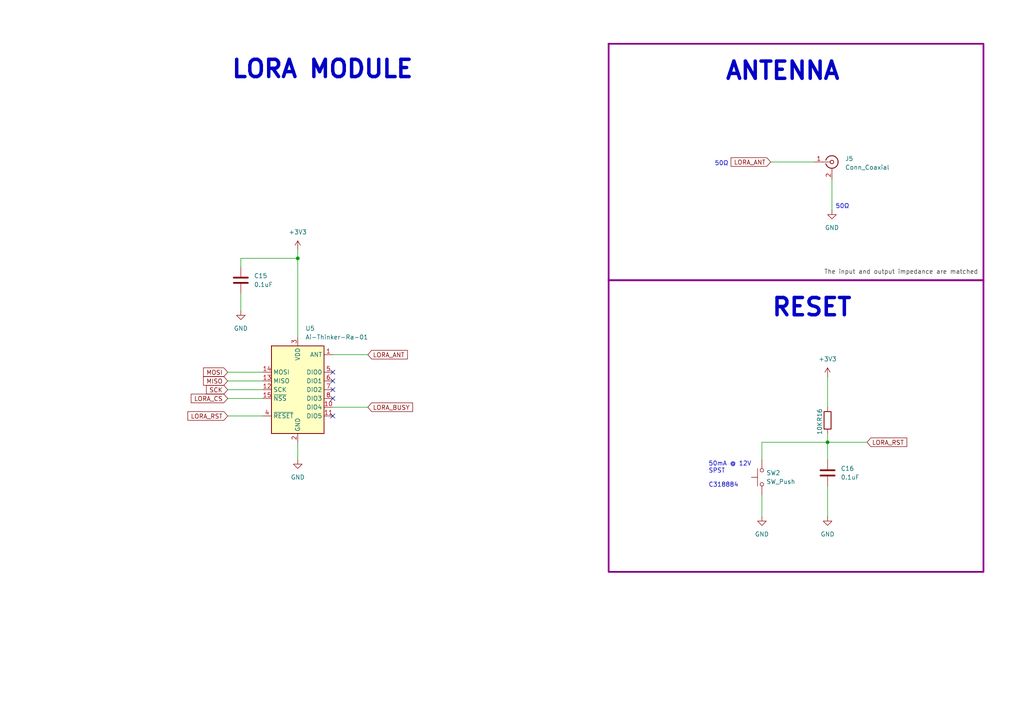
<source format=kicad_sch>
(kicad_sch
	(version 20231120)
	(generator "eeschema")
	(generator_version "8.0")
	(uuid "bf1a9acd-8cc9-4b45-b474-053874653a33")
	(paper "A4")
	(title_block
		(title "IoT Gateway")
		(date "2024-10-15")
		(rev "v0.1.0")
		(company "Abstract Machines")
		(comment 1 "Designed By: Rodney Osodo")
		(comment 2 "Approved By: Jones Kisaka")
	)
	(lib_symbols
		(symbol "Connector:Conn_Coaxial"
			(pin_names
				(offset 1.016) hide)
			(exclude_from_sim no)
			(in_bom yes)
			(on_board yes)
			(property "Reference" "J"
				(at 0.254 3.048 0)
				(effects
					(font
						(size 1.27 1.27)
					)
				)
			)
			(property "Value" "Conn_Coaxial"
				(at 2.921 0 90)
				(effects
					(font
						(size 1.27 1.27)
					)
				)
			)
			(property "Footprint" ""
				(at 0 0 0)
				(effects
					(font
						(size 1.27 1.27)
					)
					(hide yes)
				)
			)
			(property "Datasheet" "~"
				(at 0 0 0)
				(effects
					(font
						(size 1.27 1.27)
					)
					(hide yes)
				)
			)
			(property "Description" "coaxial connector (BNC, SMA, SMB, SMC, Cinch/RCA, LEMO, ...)"
				(at 0 0 0)
				(effects
					(font
						(size 1.27 1.27)
					)
					(hide yes)
				)
			)
			(property "ki_keywords" "BNC SMA SMB SMC LEMO coaxial connector CINCH RCA MCX MMCX U.FL UMRF"
				(at 0 0 0)
				(effects
					(font
						(size 1.27 1.27)
					)
					(hide yes)
				)
			)
			(property "ki_fp_filters" "*BNC* *SMA* *SMB* *SMC* *Cinch* *LEMO* *UMRF* *MCX* *U.FL*"
				(at 0 0 0)
				(effects
					(font
						(size 1.27 1.27)
					)
					(hide yes)
				)
			)
			(symbol "Conn_Coaxial_0_1"
				(arc
					(start -1.778 -0.508)
					(mid 0.2311 -1.8066)
					(end 1.778 0)
					(stroke
						(width 0.254)
						(type default)
					)
					(fill
						(type none)
					)
				)
				(polyline
					(pts
						(xy -2.54 0) (xy -0.508 0)
					)
					(stroke
						(width 0)
						(type default)
					)
					(fill
						(type none)
					)
				)
				(polyline
					(pts
						(xy 0 -2.54) (xy 0 -1.778)
					)
					(stroke
						(width 0)
						(type default)
					)
					(fill
						(type none)
					)
				)
				(circle
					(center 0 0)
					(radius 0.508)
					(stroke
						(width 0.2032)
						(type default)
					)
					(fill
						(type none)
					)
				)
				(arc
					(start 1.778 0)
					(mid 0.2099 1.8101)
					(end -1.778 0.508)
					(stroke
						(width 0.254)
						(type default)
					)
					(fill
						(type none)
					)
				)
			)
			(symbol "Conn_Coaxial_1_1"
				(pin passive line
					(at -5.08 0 0)
					(length 2.54)
					(name "In"
						(effects
							(font
								(size 1.27 1.27)
							)
						)
					)
					(number "1"
						(effects
							(font
								(size 1.27 1.27)
							)
						)
					)
				)
				(pin passive line
					(at 0 -5.08 90)
					(length 2.54)
					(name "Ext"
						(effects
							(font
								(size 1.27 1.27)
							)
						)
					)
					(number "2"
						(effects
							(font
								(size 1.27 1.27)
							)
						)
					)
				)
			)
		)
		(symbol "Device:C"
			(pin_numbers hide)
			(pin_names
				(offset 0.254)
			)
			(exclude_from_sim no)
			(in_bom yes)
			(on_board yes)
			(property "Reference" "C"
				(at 0.635 2.54 0)
				(effects
					(font
						(size 1.27 1.27)
					)
					(justify left)
				)
			)
			(property "Value" "C"
				(at 0.635 -2.54 0)
				(effects
					(font
						(size 1.27 1.27)
					)
					(justify left)
				)
			)
			(property "Footprint" ""
				(at 0.9652 -3.81 0)
				(effects
					(font
						(size 1.27 1.27)
					)
					(hide yes)
				)
			)
			(property "Datasheet" "~"
				(at 0 0 0)
				(effects
					(font
						(size 1.27 1.27)
					)
					(hide yes)
				)
			)
			(property "Description" "Unpolarized capacitor"
				(at 0 0 0)
				(effects
					(font
						(size 1.27 1.27)
					)
					(hide yes)
				)
			)
			(property "ki_keywords" "cap capacitor"
				(at 0 0 0)
				(effects
					(font
						(size 1.27 1.27)
					)
					(hide yes)
				)
			)
			(property "ki_fp_filters" "C_*"
				(at 0 0 0)
				(effects
					(font
						(size 1.27 1.27)
					)
					(hide yes)
				)
			)
			(symbol "C_0_1"
				(polyline
					(pts
						(xy -2.032 -0.762) (xy 2.032 -0.762)
					)
					(stroke
						(width 0.508)
						(type default)
					)
					(fill
						(type none)
					)
				)
				(polyline
					(pts
						(xy -2.032 0.762) (xy 2.032 0.762)
					)
					(stroke
						(width 0.508)
						(type default)
					)
					(fill
						(type none)
					)
				)
			)
			(symbol "C_1_1"
				(pin passive line
					(at 0 3.81 270)
					(length 2.794)
					(name "~"
						(effects
							(font
								(size 1.27 1.27)
							)
						)
					)
					(number "1"
						(effects
							(font
								(size 1.27 1.27)
							)
						)
					)
				)
				(pin passive line
					(at 0 -3.81 90)
					(length 2.794)
					(name "~"
						(effects
							(font
								(size 1.27 1.27)
							)
						)
					)
					(number "2"
						(effects
							(font
								(size 1.27 1.27)
							)
						)
					)
				)
			)
		)
		(symbol "Device:R"
			(pin_numbers hide)
			(pin_names
				(offset 0)
			)
			(exclude_from_sim no)
			(in_bom yes)
			(on_board yes)
			(property "Reference" "R"
				(at 2.032 0 90)
				(effects
					(font
						(size 1.27 1.27)
					)
				)
			)
			(property "Value" "R"
				(at 0 0 90)
				(effects
					(font
						(size 1.27 1.27)
					)
				)
			)
			(property "Footprint" ""
				(at -1.778 0 90)
				(effects
					(font
						(size 1.27 1.27)
					)
					(hide yes)
				)
			)
			(property "Datasheet" "~"
				(at 0 0 0)
				(effects
					(font
						(size 1.27 1.27)
					)
					(hide yes)
				)
			)
			(property "Description" "Resistor"
				(at 0 0 0)
				(effects
					(font
						(size 1.27 1.27)
					)
					(hide yes)
				)
			)
			(property "ki_keywords" "R res resistor"
				(at 0 0 0)
				(effects
					(font
						(size 1.27 1.27)
					)
					(hide yes)
				)
			)
			(property "ki_fp_filters" "R_*"
				(at 0 0 0)
				(effects
					(font
						(size 1.27 1.27)
					)
					(hide yes)
				)
			)
			(symbol "R_0_1"
				(rectangle
					(start -1.016 -2.54)
					(end 1.016 2.54)
					(stroke
						(width 0.254)
						(type default)
					)
					(fill
						(type none)
					)
				)
			)
			(symbol "R_1_1"
				(pin passive line
					(at 0 3.81 270)
					(length 1.27)
					(name "~"
						(effects
							(font
								(size 1.27 1.27)
							)
						)
					)
					(number "1"
						(effects
							(font
								(size 1.27 1.27)
							)
						)
					)
				)
				(pin passive line
					(at 0 -3.81 90)
					(length 1.27)
					(name "~"
						(effects
							(font
								(size 1.27 1.27)
							)
						)
					)
					(number "2"
						(effects
							(font
								(size 1.27 1.27)
							)
						)
					)
				)
			)
		)
		(symbol "RF_Module:Ai-Thinker-Ra-01"
			(exclude_from_sim no)
			(in_bom yes)
			(on_board yes)
			(property "Reference" "U"
				(at 2.54 17.78 0)
				(effects
					(font
						(size 1.27 1.27)
					)
				)
			)
			(property "Value" "Ai-Thinker-Ra-01"
				(at 13.97 -15.24 0)
				(effects
					(font
						(size 1.27 1.27)
					)
				)
			)
			(property "Footprint" "RF_Module:Ai-Thinker-Ra-01-LoRa"
				(at 25.4 -10.16 0)
				(effects
					(font
						(size 1.27 1.27)
					)
					(hide yes)
				)
			)
			(property "Datasheet" "http://wiki.ai-thinker.com/_media/lora/docs/c047ps01a1_ra-01_product_specification_v1.1.pdf"
				(at 2.54 17.78 0)
				(effects
					(font
						(size 1.27 1.27)
					)
					(hide yes)
				)
			)
			(property "Description" "Ai-Thinker Ra-01 410-525 MHz LoRa Module, SPI interface, external antenna"
				(at 0 0 0)
				(effects
					(font
						(size 1.27 1.27)
					)
					(hide yes)
				)
			)
			(property "ki_keywords" "Ra-01 LoRa"
				(at 0 0 0)
				(effects
					(font
						(size 1.27 1.27)
					)
					(hide yes)
				)
			)
			(property "ki_fp_filters" "Ai?Thinker?Ra?01*"
				(at 0 0 0)
				(effects
					(font
						(size 1.27 1.27)
					)
					(hide yes)
				)
			)
			(symbol "Ai-Thinker-Ra-01_0_1"
				(rectangle
					(start -7.62 12.7)
					(end 7.62 -12.7)
					(stroke
						(width 0.254)
						(type default)
					)
					(fill
						(type background)
					)
				)
			)
			(symbol "Ai-Thinker-Ra-01_1_1"
				(pin passive line
					(at 10.16 10.16 180)
					(length 2.54)
					(name "ANT"
						(effects
							(font
								(size 1.27 1.27)
							)
						)
					)
					(number "1"
						(effects
							(font
								(size 1.27 1.27)
							)
						)
					)
				)
				(pin bidirectional line
					(at 10.16 -5.08 180)
					(length 2.54)
					(name "DIO4"
						(effects
							(font
								(size 1.27 1.27)
							)
						)
					)
					(number "10"
						(effects
							(font
								(size 1.27 1.27)
							)
						)
					)
				)
				(pin bidirectional line
					(at 10.16 -7.62 180)
					(length 2.54)
					(name "DIO5"
						(effects
							(font
								(size 1.27 1.27)
							)
						)
					)
					(number "11"
						(effects
							(font
								(size 1.27 1.27)
							)
						)
					)
				)
				(pin input line
					(at -10.16 0 0)
					(length 2.54)
					(name "SCK"
						(effects
							(font
								(size 1.27 1.27)
							)
						)
					)
					(number "12"
						(effects
							(font
								(size 1.27 1.27)
							)
						)
					)
				)
				(pin output line
					(at -10.16 2.54 0)
					(length 2.54)
					(name "MISO"
						(effects
							(font
								(size 1.27 1.27)
							)
						)
					)
					(number "13"
						(effects
							(font
								(size 1.27 1.27)
							)
						)
					)
				)
				(pin input line
					(at -10.16 5.08 0)
					(length 2.54)
					(name "MOSI"
						(effects
							(font
								(size 1.27 1.27)
							)
						)
					)
					(number "14"
						(effects
							(font
								(size 1.27 1.27)
							)
						)
					)
				)
				(pin input line
					(at -10.16 -2.54 0)
					(length 2.54)
					(name "~{NSS}"
						(effects
							(font
								(size 1.27 1.27)
							)
						)
					)
					(number "15"
						(effects
							(font
								(size 1.27 1.27)
							)
						)
					)
				)
				(pin passive line
					(at 0 -15.24 90)
					(length 2.54) hide
					(name "GND"
						(effects
							(font
								(size 1.27 1.27)
							)
						)
					)
					(number "16"
						(effects
							(font
								(size 1.27 1.27)
							)
						)
					)
				)
				(pin power_in line
					(at 0 -15.24 90)
					(length 2.54)
					(name "GND"
						(effects
							(font
								(size 1.27 1.27)
							)
						)
					)
					(number "2"
						(effects
							(font
								(size 1.27 1.27)
							)
						)
					)
				)
				(pin power_in line
					(at 0 15.24 270)
					(length 2.54)
					(name "VDD"
						(effects
							(font
								(size 1.27 1.27)
							)
						)
					)
					(number "3"
						(effects
							(font
								(size 1.27 1.27)
							)
						)
					)
				)
				(pin input line
					(at -10.16 -7.62 0)
					(length 2.54)
					(name "~{RESET}"
						(effects
							(font
								(size 1.27 1.27)
							)
						)
					)
					(number "4"
						(effects
							(font
								(size 1.27 1.27)
							)
						)
					)
				)
				(pin bidirectional line
					(at 10.16 5.08 180)
					(length 2.54)
					(name "DIO0"
						(effects
							(font
								(size 1.27 1.27)
							)
						)
					)
					(number "5"
						(effects
							(font
								(size 1.27 1.27)
							)
						)
					)
				)
				(pin bidirectional line
					(at 10.16 2.54 180)
					(length 2.54)
					(name "DIO1"
						(effects
							(font
								(size 1.27 1.27)
							)
						)
					)
					(number "6"
						(effects
							(font
								(size 1.27 1.27)
							)
						)
					)
				)
				(pin bidirectional line
					(at 10.16 0 180)
					(length 2.54)
					(name "DIO2"
						(effects
							(font
								(size 1.27 1.27)
							)
						)
					)
					(number "7"
						(effects
							(font
								(size 1.27 1.27)
							)
						)
					)
				)
				(pin bidirectional line
					(at 10.16 -2.54 180)
					(length 2.54)
					(name "DIO3"
						(effects
							(font
								(size 1.27 1.27)
							)
						)
					)
					(number "8"
						(effects
							(font
								(size 1.27 1.27)
							)
						)
					)
				)
				(pin passive line
					(at 0 -15.24 90)
					(length 2.54) hide
					(name "GND"
						(effects
							(font
								(size 1.27 1.27)
							)
						)
					)
					(number "9"
						(effects
							(font
								(size 1.27 1.27)
							)
						)
					)
				)
			)
		)
		(symbol "Switch:SW_Push"
			(pin_numbers hide)
			(pin_names
				(offset 1.016) hide)
			(exclude_from_sim no)
			(in_bom yes)
			(on_board yes)
			(property "Reference" "SW"
				(at 1.27 2.54 0)
				(effects
					(font
						(size 1.27 1.27)
					)
					(justify left)
				)
			)
			(property "Value" "SW_Push"
				(at 0 -1.524 0)
				(effects
					(font
						(size 1.27 1.27)
					)
				)
			)
			(property "Footprint" ""
				(at 0 5.08 0)
				(effects
					(font
						(size 1.27 1.27)
					)
					(hide yes)
				)
			)
			(property "Datasheet" "~"
				(at 0 5.08 0)
				(effects
					(font
						(size 1.27 1.27)
					)
					(hide yes)
				)
			)
			(property "Description" "Push button switch, generic, two pins"
				(at 0 0 0)
				(effects
					(font
						(size 1.27 1.27)
					)
					(hide yes)
				)
			)
			(property "ki_keywords" "switch normally-open pushbutton push-button"
				(at 0 0 0)
				(effects
					(font
						(size 1.27 1.27)
					)
					(hide yes)
				)
			)
			(symbol "SW_Push_0_1"
				(circle
					(center -2.032 0)
					(radius 0.508)
					(stroke
						(width 0)
						(type default)
					)
					(fill
						(type none)
					)
				)
				(polyline
					(pts
						(xy 0 1.27) (xy 0 3.048)
					)
					(stroke
						(width 0)
						(type default)
					)
					(fill
						(type none)
					)
				)
				(polyline
					(pts
						(xy 2.54 1.27) (xy -2.54 1.27)
					)
					(stroke
						(width 0)
						(type default)
					)
					(fill
						(type none)
					)
				)
				(circle
					(center 2.032 0)
					(radius 0.508)
					(stroke
						(width 0)
						(type default)
					)
					(fill
						(type none)
					)
				)
				(pin passive line
					(at -5.08 0 0)
					(length 2.54)
					(name "1"
						(effects
							(font
								(size 1.27 1.27)
							)
						)
					)
					(number "1"
						(effects
							(font
								(size 1.27 1.27)
							)
						)
					)
				)
				(pin passive line
					(at 5.08 0 180)
					(length 2.54)
					(name "2"
						(effects
							(font
								(size 1.27 1.27)
							)
						)
					)
					(number "2"
						(effects
							(font
								(size 1.27 1.27)
							)
						)
					)
				)
			)
		)
		(symbol "power:+3V3"
			(power)
			(pin_numbers hide)
			(pin_names
				(offset 0) hide)
			(exclude_from_sim no)
			(in_bom yes)
			(on_board yes)
			(property "Reference" "#PWR"
				(at 0 -3.81 0)
				(effects
					(font
						(size 1.27 1.27)
					)
					(hide yes)
				)
			)
			(property "Value" "+3V3"
				(at 0 3.556 0)
				(effects
					(font
						(size 1.27 1.27)
					)
				)
			)
			(property "Footprint" ""
				(at 0 0 0)
				(effects
					(font
						(size 1.27 1.27)
					)
					(hide yes)
				)
			)
			(property "Datasheet" ""
				(at 0 0 0)
				(effects
					(font
						(size 1.27 1.27)
					)
					(hide yes)
				)
			)
			(property "Description" "Power symbol creates a global label with name \"+3V3\""
				(at 0 0 0)
				(effects
					(font
						(size 1.27 1.27)
					)
					(hide yes)
				)
			)
			(property "ki_keywords" "global power"
				(at 0 0 0)
				(effects
					(font
						(size 1.27 1.27)
					)
					(hide yes)
				)
			)
			(symbol "+3V3_0_1"
				(polyline
					(pts
						(xy -0.762 1.27) (xy 0 2.54)
					)
					(stroke
						(width 0)
						(type default)
					)
					(fill
						(type none)
					)
				)
				(polyline
					(pts
						(xy 0 0) (xy 0 2.54)
					)
					(stroke
						(width 0)
						(type default)
					)
					(fill
						(type none)
					)
				)
				(polyline
					(pts
						(xy 0 2.54) (xy 0.762 1.27)
					)
					(stroke
						(width 0)
						(type default)
					)
					(fill
						(type none)
					)
				)
			)
			(symbol "+3V3_1_1"
				(pin power_in line
					(at 0 0 90)
					(length 0)
					(name "~"
						(effects
							(font
								(size 1.27 1.27)
							)
						)
					)
					(number "1"
						(effects
							(font
								(size 1.27 1.27)
							)
						)
					)
				)
			)
		)
		(symbol "power:GND"
			(power)
			(pin_numbers hide)
			(pin_names
				(offset 0) hide)
			(exclude_from_sim no)
			(in_bom yes)
			(on_board yes)
			(property "Reference" "#PWR"
				(at 0 -6.35 0)
				(effects
					(font
						(size 1.27 1.27)
					)
					(hide yes)
				)
			)
			(property "Value" "GND"
				(at 0 -3.81 0)
				(effects
					(font
						(size 1.27 1.27)
					)
				)
			)
			(property "Footprint" ""
				(at 0 0 0)
				(effects
					(font
						(size 1.27 1.27)
					)
					(hide yes)
				)
			)
			(property "Datasheet" ""
				(at 0 0 0)
				(effects
					(font
						(size 1.27 1.27)
					)
					(hide yes)
				)
			)
			(property "Description" "Power symbol creates a global label with name \"GND\" , ground"
				(at 0 0 0)
				(effects
					(font
						(size 1.27 1.27)
					)
					(hide yes)
				)
			)
			(property "ki_keywords" "global power"
				(at 0 0 0)
				(effects
					(font
						(size 1.27 1.27)
					)
					(hide yes)
				)
			)
			(symbol "GND_0_1"
				(polyline
					(pts
						(xy 0 0) (xy 0 -1.27) (xy 1.27 -1.27) (xy 0 -2.54) (xy -1.27 -1.27) (xy 0 -1.27)
					)
					(stroke
						(width 0)
						(type default)
					)
					(fill
						(type none)
					)
				)
			)
			(symbol "GND_1_1"
				(pin power_in line
					(at 0 0 270)
					(length 0)
					(name "~"
						(effects
							(font
								(size 1.27 1.27)
							)
						)
					)
					(number "1"
						(effects
							(font
								(size 1.27 1.27)
							)
						)
					)
				)
			)
		)
	)
	(junction
		(at 240.03 128.27)
		(diameter 0)
		(color 0 0 0 0)
		(uuid "3650a7a2-a251-4670-b487-3eeb52a6de41")
	)
	(junction
		(at 86.36 74.93)
		(diameter 0)
		(color 0 0 0 0)
		(uuid "f6f69c64-a7e2-427d-96d9-0abb3bdd6056")
	)
	(no_connect
		(at 96.52 107.95)
		(uuid "5d8a274c-04ef-4329-abaa-98b779373a65")
	)
	(no_connect
		(at 96.52 110.49)
		(uuid "63e860d1-0caf-45a8-adb2-1737e4251d3b")
	)
	(no_connect
		(at 96.52 113.03)
		(uuid "8628495c-a475-458a-847a-3eb6b54cea49")
	)
	(no_connect
		(at 96.52 115.57)
		(uuid "d6b4129a-4677-47ad-ac4a-e338f4308e1a")
	)
	(no_connect
		(at 96.52 120.65)
		(uuid "e725325a-7951-4af3-8744-efdb6fb9a58e")
	)
	(wire
		(pts
			(xy 220.98 143.51) (xy 220.98 149.86)
		)
		(stroke
			(width 0)
			(type default)
		)
		(uuid "0652095a-af2e-48d4-bfcc-c9d085baed8b")
	)
	(wire
		(pts
			(xy 240.03 109.22) (xy 240.03 118.11)
		)
		(stroke
			(width 0)
			(type default)
		)
		(uuid "09bc40e4-e71f-49fe-9aa6-82d87ddcee52")
	)
	(wire
		(pts
			(xy 240.03 128.27) (xy 240.03 133.35)
		)
		(stroke
			(width 0)
			(type default)
		)
		(uuid "18ee21b2-1cd3-40af-9505-de818bcc773d")
	)
	(wire
		(pts
			(xy 86.36 72.39) (xy 86.36 74.93)
		)
		(stroke
			(width 0)
			(type default)
		)
		(uuid "1ccbba18-922f-4aa0-a267-b9ba287afaa2")
	)
	(wire
		(pts
			(xy 223.52 46.99) (xy 236.22 46.99)
		)
		(stroke
			(width 0)
			(type default)
		)
		(uuid "242aa22b-f019-4a67-b6c4-853baa68b765")
	)
	(wire
		(pts
			(xy 220.98 133.35) (xy 220.98 128.27)
		)
		(stroke
			(width 0)
			(type default)
		)
		(uuid "2aa673df-e3c0-4b89-8d51-8be2dfdb088b")
	)
	(wire
		(pts
			(xy 69.85 85.09) (xy 69.85 90.17)
		)
		(stroke
			(width 0)
			(type default)
		)
		(uuid "2bb465ca-3432-4e18-a6e4-d472a853ff97")
	)
	(wire
		(pts
			(xy 69.85 74.93) (xy 86.36 74.93)
		)
		(stroke
			(width 0)
			(type default)
		)
		(uuid "2ce46864-a399-4c03-8829-dc6b866e472f")
	)
	(wire
		(pts
			(xy 66.04 107.95) (xy 76.2 107.95)
		)
		(stroke
			(width 0)
			(type default)
		)
		(uuid "4304aa15-269a-4ec4-9d9c-a0edbe5dce08")
	)
	(wire
		(pts
			(xy 86.36 74.93) (xy 86.36 97.79)
		)
		(stroke
			(width 0)
			(type default)
		)
		(uuid "4db7e58a-7412-42bc-a969-5bf4933192f8")
	)
	(wire
		(pts
			(xy 106.68 102.87) (xy 96.52 102.87)
		)
		(stroke
			(width 0)
			(type default)
		)
		(uuid "515f0254-911b-46ec-9b55-feffbd625fe5")
	)
	(wire
		(pts
			(xy 241.3 52.07) (xy 241.3 60.96)
		)
		(stroke
			(width 0)
			(type default)
		)
		(uuid "56f04960-3e99-4d32-91c9-24be84cfd7cd")
	)
	(wire
		(pts
			(xy 66.04 113.03) (xy 76.2 113.03)
		)
		(stroke
			(width 0)
			(type default)
		)
		(uuid "6a42ccda-9169-4513-bc09-b180d626131e")
	)
	(wire
		(pts
			(xy 240.03 140.97) (xy 240.03 149.86)
		)
		(stroke
			(width 0)
			(type default)
		)
		(uuid "7622690c-ed85-4aba-ae84-58a59d0b7864")
	)
	(wire
		(pts
			(xy 240.03 128.27) (xy 251.46 128.27)
		)
		(stroke
			(width 0)
			(type default)
		)
		(uuid "78127476-6913-4c64-8419-7ee369d37f3e")
	)
	(wire
		(pts
			(xy 66.04 120.65) (xy 76.2 120.65)
		)
		(stroke
			(width 0)
			(type default)
		)
		(uuid "7882c6c3-09eb-41ba-9360-765c4ee5ae4f")
	)
	(wire
		(pts
			(xy 240.03 125.73) (xy 240.03 128.27)
		)
		(stroke
			(width 0)
			(type default)
		)
		(uuid "7ac94530-736f-4efa-b891-a1468baa4fdf")
	)
	(wire
		(pts
			(xy 69.85 77.47) (xy 69.85 74.93)
		)
		(stroke
			(width 0)
			(type default)
		)
		(uuid "7fc639d9-c49e-4f4b-9e22-d500a0ee399e")
	)
	(wire
		(pts
			(xy 66.04 115.57) (xy 76.2 115.57)
		)
		(stroke
			(width 0)
			(type default)
		)
		(uuid "9daa589f-e0db-4058-a98e-4a0945abeeca")
	)
	(wire
		(pts
			(xy 220.98 128.27) (xy 240.03 128.27)
		)
		(stroke
			(width 0)
			(type default)
		)
		(uuid "b2b42c0c-ffe8-4424-a827-9c8a9e510766")
	)
	(wire
		(pts
			(xy 86.36 128.27) (xy 86.36 133.35)
		)
		(stroke
			(width 0)
			(type default)
		)
		(uuid "c490c71a-0864-4f5d-b5b8-79c1f61417f3")
	)
	(wire
		(pts
			(xy 66.04 110.49) (xy 76.2 110.49)
		)
		(stroke
			(width 0)
			(type default)
		)
		(uuid "d6be9161-f339-40a9-9ae0-d3593619bf2a")
	)
	(wire
		(pts
			(xy 106.68 118.11) (xy 96.52 118.11)
		)
		(stroke
			(width 0)
			(type default)
		)
		(uuid "db157a24-9c1d-4918-b248-a9834042d7db")
	)
	(rectangle
		(start 176.53 12.7)
		(end 285.242 81.28)
		(stroke
			(width 0.5)
			(type default)
			(color 132 0 132 1)
		)
		(fill
			(type none)
		)
		(uuid 08e1f2a4-e259-42b4-852e-c577e5aaf0f5)
	)
	(rectangle
		(start 176.53 81.28)
		(end 285.242 165.862)
		(stroke
			(width 0.5)
			(type default)
			(color 132 0 132 1)
		)
		(fill
			(type none)
		)
		(uuid e808bdc3-3e67-4576-9391-f8a0825f46c9)
	)
	(text "RESET"
		(exclude_from_sim no)
		(at 223.52 92.202 0)
		(effects
			(font
				(size 5 5)
				(thickness 1)
				(bold yes)
			)
			(justify left bottom)
		)
		(uuid "26e41850-4818-4ed1-936a-3b413547b936")
	)
	(text "50mA @ 12V\nSPST\n\nC318884"
		(exclude_from_sim no)
		(at 205.486 137.668 0)
		(effects
			(font
				(size 1.27 1.27)
			)
			(justify left)
		)
		(uuid "6e20beb3-24eb-4831-821a-1dc32ffbe5d9")
	)
	(text "50Ω"
		(exclude_from_sim no)
		(at 242.316 59.944 0)
		(effects
			(font
				(size 1.27 1.27)
			)
			(justify left)
		)
		(uuid "7747a5b1-9c66-4209-af35-ad506c811a51")
	)
	(text "50Ω"
		(exclude_from_sim no)
		(at 207.264 47.498 0)
		(effects
			(font
				(size 1.27 1.27)
			)
			(justify left)
		)
		(uuid "98bc215e-d116-4978-a1c9-4e5b27169a00")
	)
	(text "The input and output impedance are matched\n"
		(exclude_from_sim no)
		(at 239.014 78.994 0)
		(effects
			(font
				(size 1.27 1.27)
				(color 72 72 72 1)
			)
			(justify left)
		)
		(uuid "9ee88a63-222d-48e4-bf67-a6f51d09e2a1")
	)
	(text "LORA MODULE"
		(exclude_from_sim no)
		(at 66.802 23.114 0)
		(effects
			(font
				(size 5 5)
				(thickness 1)
				(bold yes)
			)
			(justify left bottom)
		)
		(uuid "bf4301e4-1794-484b-b0e3-c0fe9e0935ad")
	)
	(text "ANTENNA\n"
		(exclude_from_sim no)
		(at 210.058 23.622 0)
		(effects
			(font
				(size 5 5)
				(thickness 1)
				(bold yes)
			)
			(justify left bottom)
		)
		(uuid "f6a4f324-4d1f-47ce-87e0-58356cb1ae3f")
	)
	(global_label "LORA_RST"
		(shape input)
		(at 251.46 128.27 0)
		(fields_autoplaced yes)
		(effects
			(font
				(size 1.27 1.27)
			)
			(justify left)
		)
		(uuid "146a6649-c56e-4ace-a7cb-e23e1d244997")
		(property "Intersheetrefs" "${INTERSHEET_REFS}"
			(at 263.5771 128.27 0)
			(effects
				(font
					(size 1.27 1.27)
				)
				(justify left)
				(hide yes)
			)
		)
	)
	(global_label "MISO"
		(shape input)
		(at 66.04 110.49 180)
		(fields_autoplaced yes)
		(effects
			(font
				(size 1.27 1.27)
			)
			(justify right)
		)
		(uuid "1983d073-7465-48bd-838b-f312a48d6dd3")
		(property "Intersheetrefs" "${INTERSHEET_REFS}"
			(at 58.4586 110.49 0)
			(effects
				(font
					(size 1.27 1.27)
				)
				(justify right)
				(hide yes)
			)
		)
	)
	(global_label "LORA_BUSY"
		(shape input)
		(at 106.68 118.11 0)
		(fields_autoplaced yes)
		(effects
			(font
				(size 1.27 1.27)
			)
			(justify left)
		)
		(uuid "2818a966-3e48-43cb-8f5c-e9c159ecbf98")
		(property "Intersheetrefs" "${INTERSHEET_REFS}"
			(at 120.2486 118.11 0)
			(effects
				(font
					(size 1.27 1.27)
				)
				(justify left)
				(hide yes)
			)
		)
	)
	(global_label "LORA_ANT"
		(shape input)
		(at 223.52 46.99 180)
		(fields_autoplaced yes)
		(effects
			(font
				(size 1.27 1.27)
			)
			(justify right)
		)
		(uuid "40731ddf-1002-44ac-b386-e24f528e920e")
		(property "Intersheetrefs" "${INTERSHEET_REFS}"
			(at 211.4633 46.99 0)
			(effects
				(font
					(size 1.27 1.27)
				)
				(justify right)
				(hide yes)
			)
		)
	)
	(global_label "LORA_CS"
		(shape input)
		(at 66.04 115.57 180)
		(fields_autoplaced yes)
		(effects
			(font
				(size 1.27 1.27)
			)
			(justify right)
		)
		(uuid "6e543efa-3af8-4ef6-93cb-e40452d63f67")
		(property "Intersheetrefs" "${INTERSHEET_REFS}"
			(at 54.8905 115.57 0)
			(effects
				(font
					(size 1.27 1.27)
				)
				(justify right)
				(hide yes)
			)
		)
	)
	(global_label "MOSI"
		(shape input)
		(at 66.04 107.95 180)
		(fields_autoplaced yes)
		(effects
			(font
				(size 1.27 1.27)
			)
			(justify right)
		)
		(uuid "75335822-600a-46cc-91f0-3a964558954c")
		(property "Intersheetrefs" "${INTERSHEET_REFS}"
			(at 58.4586 107.95 0)
			(effects
				(font
					(size 1.27 1.27)
				)
				(justify right)
				(hide yes)
			)
		)
	)
	(global_label "LORA_RST"
		(shape input)
		(at 66.04 120.65 180)
		(fields_autoplaced yes)
		(effects
			(font
				(size 1.27 1.27)
			)
			(justify right)
		)
		(uuid "929857a8-4be0-44a7-b945-7c93c1c3881e")
		(property "Intersheetrefs" "${INTERSHEET_REFS}"
			(at 53.9229 120.65 0)
			(effects
				(font
					(size 1.27 1.27)
				)
				(justify right)
				(hide yes)
			)
		)
	)
	(global_label "LORA_ANT"
		(shape input)
		(at 106.68 102.87 0)
		(fields_autoplaced yes)
		(effects
			(font
				(size 1.27 1.27)
			)
			(justify left)
		)
		(uuid "acfad076-32d2-45b6-83d5-d4be087fa92b")
		(property "Intersheetrefs" "${INTERSHEET_REFS}"
			(at 118.7367 102.87 0)
			(effects
				(font
					(size 1.27 1.27)
				)
				(justify left)
				(hide yes)
			)
		)
	)
	(global_label "SCK"
		(shape input)
		(at 66.04 113.03 180)
		(fields_autoplaced yes)
		(effects
			(font
				(size 1.27 1.27)
			)
			(justify right)
		)
		(uuid "df2f001b-21c3-43d7-aad3-15e54dae79e7")
		(property "Intersheetrefs" "${INTERSHEET_REFS}"
			(at 59.3053 113.03 0)
			(effects
				(font
					(size 1.27 1.27)
				)
				(justify right)
				(hide yes)
			)
		)
	)
	(symbol
		(lib_id "Device:C")
		(at 240.03 137.16 0)
		(unit 1)
		(exclude_from_sim no)
		(in_bom yes)
		(on_board yes)
		(dnp no)
		(fields_autoplaced yes)
		(uuid "0159ede8-cfa0-401f-a37c-d939f76e0837")
		(property "Reference" "C16"
			(at 243.84 135.8899 0)
			(effects
				(font
					(size 1.27 1.27)
				)
				(justify left)
			)
		)
		(property "Value" "0.1uF"
			(at 243.84 138.4299 0)
			(effects
				(font
					(size 1.27 1.27)
				)
				(justify left)
			)
		)
		(property "Footprint" "Capacitor_SMD:C_0402_1005Metric"
			(at 240.9952 140.97 0)
			(effects
				(font
					(size 1.27 1.27)
				)
				(hide yes)
			)
		)
		(property "Datasheet" "~"
			(at 240.03 137.16 0)
			(effects
				(font
					(size 1.27 1.27)
				)
				(hide yes)
			)
		)
		(property "Description" "Unpolarized capacitor"
			(at 240.03 137.16 0)
			(effects
				(font
					(size 1.27 1.27)
				)
				(hide yes)
			)
		)
		(property "JLCPCB" "C1525"
			(at 240.03 137.16 0)
			(effects
				(font
					(size 1.27 1.27)
				)
				(hide yes)
			)
		)
		(property "JLC Part" ""
			(at 240.03 137.16 0)
			(effects
				(font
					(size 1.27 1.27)
				)
				(hide yes)
			)
		)
		(property "LCSC Part" ""
			(at 240.03 137.16 0)
			(effects
				(font
					(size 1.27 1.27)
				)
				(hide yes)
			)
		)
		(property "Manufacturer" ""
			(at 240.03 137.16 0)
			(effects
				(font
					(size 1.27 1.27)
				)
				(hide yes)
			)
		)
		(pin "1"
			(uuid "8e02c00c-65dd-4469-920e-66e2b8f394c0")
		)
		(pin "2"
			(uuid "ff8c064b-d2de-4956-8f5a-0f47b46514c6")
		)
		(instances
			(project "s0"
				(path "/9e4c0f80-14bc-451b-8b05-b2f0d1a90e15/a38a5424-854a-4628-876d-ce694417db1d"
					(reference "C16")
					(unit 1)
				)
			)
		)
	)
	(symbol
		(lib_id "power:GND")
		(at 86.36 133.35 0)
		(unit 1)
		(exclude_from_sim no)
		(in_bom yes)
		(on_board yes)
		(dnp no)
		(fields_autoplaced yes)
		(uuid "12cd18a0-8442-40c0-9f56-c1582911cfd1")
		(property "Reference" "#PWR06"
			(at 86.36 139.7 0)
			(effects
				(font
					(size 1.27 1.27)
				)
				(hide yes)
			)
		)
		(property "Value" "GND"
			(at 86.36 138.43 0)
			(effects
				(font
					(size 1.27 1.27)
				)
			)
		)
		(property "Footprint" ""
			(at 86.36 133.35 0)
			(effects
				(font
					(size 1.27 1.27)
				)
				(hide yes)
			)
		)
		(property "Datasheet" ""
			(at 86.36 133.35 0)
			(effects
				(font
					(size 1.27 1.27)
				)
				(hide yes)
			)
		)
		(property "Description" "Power symbol creates a global label with name \"GND\" , ground"
			(at 86.36 133.35 0)
			(effects
				(font
					(size 1.27 1.27)
				)
				(hide yes)
			)
		)
		(pin "1"
			(uuid "a350520a-fd0a-4a33-bc13-6b0751295eb8")
		)
		(instances
			(project ""
				(path "/9e4c0f80-14bc-451b-8b05-b2f0d1a90e15/a38a5424-854a-4628-876d-ce694417db1d"
					(reference "#PWR06")
					(unit 1)
				)
			)
		)
	)
	(symbol
		(lib_id "power:+3V3")
		(at 86.36 72.39 0)
		(unit 1)
		(exclude_from_sim no)
		(in_bom yes)
		(on_board yes)
		(dnp no)
		(fields_autoplaced yes)
		(uuid "1864b7df-c822-4fa7-9eb9-eb9d78c363db")
		(property "Reference" "#PWR07"
			(at 86.36 76.2 0)
			(effects
				(font
					(size 1.27 1.27)
				)
				(hide yes)
			)
		)
		(property "Value" "+3V3"
			(at 86.36 67.31 0)
			(effects
				(font
					(size 1.27 1.27)
				)
			)
		)
		(property "Footprint" ""
			(at 86.36 72.39 0)
			(effects
				(font
					(size 1.27 1.27)
				)
				(hide yes)
			)
		)
		(property "Datasheet" ""
			(at 86.36 72.39 0)
			(effects
				(font
					(size 1.27 1.27)
				)
				(hide yes)
			)
		)
		(property "Description" "Power symbol creates a global label with name \"+3V3\""
			(at 86.36 72.39 0)
			(effects
				(font
					(size 1.27 1.27)
				)
				(hide yes)
			)
		)
		(pin "1"
			(uuid "07823fef-e4a3-42ed-9328-8cfa1a435a4c")
		)
		(instances
			(project ""
				(path "/9e4c0f80-14bc-451b-8b05-b2f0d1a90e15/a38a5424-854a-4628-876d-ce694417db1d"
					(reference "#PWR07")
					(unit 1)
				)
			)
		)
	)
	(symbol
		(lib_id "Connector:Conn_Coaxial")
		(at 241.3 46.99 0)
		(unit 1)
		(exclude_from_sim no)
		(in_bom yes)
		(on_board yes)
		(dnp no)
		(fields_autoplaced yes)
		(uuid "26fdd370-cf61-41a9-a989-096b22027ae0")
		(property "Reference" "J5"
			(at 245.11 46.0131 0)
			(effects
				(font
					(size 1.27 1.27)
				)
				(justify left)
			)
		)
		(property "Value" "Conn_Coaxial"
			(at 245.11 48.5531 0)
			(effects
				(font
					(size 1.27 1.27)
				)
				(justify left)
			)
		)
		(property "Footprint" "Connector_Coaxial:U.FL_Hirose_U.FL-R-SMT-1_Vertical"
			(at 241.3 46.99 0)
			(effects
				(font
					(size 1.27 1.27)
				)
				(hide yes)
			)
		)
		(property "Datasheet" "~"
			(at 241.3 46.99 0)
			(effects
				(font
					(size 1.27 1.27)
				)
				(hide yes)
			)
		)
		(property "Description" "coaxial connector (BNC, SMA, SMB, SMC, Cinch/RCA, LEMO, ...)"
			(at 241.3 46.99 0)
			(effects
				(font
					(size 1.27 1.27)
				)
				(hide yes)
			)
		)
		(property "JLCPCB" "C88373"
			(at 241.3 46.99 0)
			(effects
				(font
					(size 1.27 1.27)
				)
				(hide yes)
			)
		)
		(property "JLC Part" ""
			(at 241.3 46.99 0)
			(effects
				(font
					(size 1.27 1.27)
				)
				(hide yes)
			)
		)
		(property "LCSC Part" ""
			(at 241.3 46.99 0)
			(effects
				(font
					(size 1.27 1.27)
				)
				(hide yes)
			)
		)
		(property "Manufacturer" ""
			(at 241.3 46.99 0)
			(effects
				(font
					(size 1.27 1.27)
				)
				(hide yes)
			)
		)
		(pin "1"
			(uuid "992923e2-37e1-4743-98c7-ce88af43950d")
		)
		(pin "2"
			(uuid "fa673b15-fe0e-4939-9299-1105f6369d43")
		)
		(instances
			(project "s0"
				(path "/9e4c0f80-14bc-451b-8b05-b2f0d1a90e15/a38a5424-854a-4628-876d-ce694417db1d"
					(reference "J5")
					(unit 1)
				)
			)
		)
	)
	(symbol
		(lib_id "RF_Module:Ai-Thinker-Ra-01")
		(at 86.36 113.03 0)
		(unit 1)
		(exclude_from_sim no)
		(in_bom yes)
		(on_board yes)
		(dnp no)
		(fields_autoplaced yes)
		(uuid "293c51d8-6091-43a7-8481-89e30dd8f6eb")
		(property "Reference" "U5"
			(at 88.5541 95.25 0)
			(effects
				(font
					(size 1.27 1.27)
				)
				(justify left)
			)
		)
		(property "Value" "Ai-Thinker-Ra-01"
			(at 88.5541 97.79 0)
			(effects
				(font
					(size 1.27 1.27)
				)
				(justify left)
			)
		)
		(property "Footprint" "RF_Module:Ai-Thinker-Ra-01-LoRa"
			(at 111.76 123.19 0)
			(effects
				(font
					(size 1.27 1.27)
				)
				(hide yes)
			)
		)
		(property "Datasheet" "http://wiki.ai-thinker.com/_media/lora/docs/c047ps01a1_ra-01_product_specification_v1.1.pdf"
			(at 88.9 95.25 0)
			(effects
				(font
					(size 1.27 1.27)
				)
				(hide yes)
			)
		)
		(property "Description" "Ai-Thinker Ra-01 410-525 MHz LoRa Module, SPI interface, external antenna"
			(at 86.36 113.03 0)
			(effects
				(font
					(size 1.27 1.27)
				)
				(hide yes)
			)
		)
		(property "JLCPCB" "C2830749"
			(at 86.36 113.03 0)
			(effects
				(font
					(size 1.27 1.27)
				)
				(hide yes)
			)
		)
		(property "JLC Part" ""
			(at 86.36 113.03 0)
			(effects
				(font
					(size 1.27 1.27)
				)
				(hide yes)
			)
		)
		(property "LCSC Part" ""
			(at 86.36 113.03 0)
			(effects
				(font
					(size 1.27 1.27)
				)
				(hide yes)
			)
		)
		(property "Manufacturer" ""
			(at 86.36 113.03 0)
			(effects
				(font
					(size 1.27 1.27)
				)
				(hide yes)
			)
		)
		(pin "9"
			(uuid "80738dba-e300-485a-b603-49347ac94a37")
		)
		(pin "1"
			(uuid "d0d5cf41-facc-430a-a6c2-a127a792aca7")
		)
		(pin "14"
			(uuid "4688763a-ed85-4066-ba2b-275ed50140a4")
		)
		(pin "12"
			(uuid "12cc1f41-e736-4524-9bdb-a74bb6d7509c")
		)
		(pin "13"
			(uuid "7f00c7cf-167a-47df-9071-86a5434785de")
		)
		(pin "16"
			(uuid "3786d992-a647-42a9-89a2-9fb7a7ad1a91")
		)
		(pin "10"
			(uuid "62ad189f-c015-4a48-9a53-9c449afc3847")
		)
		(pin "2"
			(uuid "b0d31869-1901-421d-885c-a83480737f86")
		)
		(pin "11"
			(uuid "207eea4f-4dc7-4e01-ad1d-51fdfe93e7f8")
		)
		(pin "15"
			(uuid "9429a587-50d7-41b3-8d1b-ce1b35b07cc6")
		)
		(pin "5"
			(uuid "62a21ea0-bde9-4f69-807a-41cc718f71f8")
		)
		(pin "4"
			(uuid "a236001c-3273-4a6e-a014-b0b930f9efc9")
		)
		(pin "8"
			(uuid "f0c498ff-2fee-45b3-b6ae-785185d5f05a")
		)
		(pin "3"
			(uuid "8d33525d-9633-444e-ad19-7cd911d7932e")
		)
		(pin "7"
			(uuid "6b9d8672-f9a3-40db-b6d4-ce65ef2fb32e")
		)
		(pin "6"
			(uuid "21218666-a5f6-418d-b162-5cadd356a1da")
		)
		(instances
			(project ""
				(path "/9e4c0f80-14bc-451b-8b05-b2f0d1a90e15/a38a5424-854a-4628-876d-ce694417db1d"
					(reference "U5")
					(unit 1)
				)
			)
		)
	)
	(symbol
		(lib_id "power:GND")
		(at 69.85 90.17 0)
		(unit 1)
		(exclude_from_sim no)
		(in_bom yes)
		(on_board yes)
		(dnp no)
		(fields_autoplaced yes)
		(uuid "2a560d08-d4bb-4c71-b76d-8a7c54a075f0")
		(property "Reference" "#PWR011"
			(at 69.85 96.52 0)
			(effects
				(font
					(size 1.27 1.27)
				)
				(hide yes)
			)
		)
		(property "Value" "GND"
			(at 69.85 95.25 0)
			(effects
				(font
					(size 1.27 1.27)
				)
			)
		)
		(property "Footprint" ""
			(at 69.85 90.17 0)
			(effects
				(font
					(size 1.27 1.27)
				)
				(hide yes)
			)
		)
		(property "Datasheet" ""
			(at 69.85 90.17 0)
			(effects
				(font
					(size 1.27 1.27)
				)
				(hide yes)
			)
		)
		(property "Description" "Power symbol creates a global label with name \"GND\" , ground"
			(at 69.85 90.17 0)
			(effects
				(font
					(size 1.27 1.27)
				)
				(hide yes)
			)
		)
		(pin "1"
			(uuid "6e55eaa8-9d85-41c2-a507-09ac61cba7aa")
		)
		(instances
			(project "s0"
				(path "/9e4c0f80-14bc-451b-8b05-b2f0d1a90e15/a38a5424-854a-4628-876d-ce694417db1d"
					(reference "#PWR011")
					(unit 1)
				)
			)
		)
	)
	(symbol
		(lib_id "Device:R")
		(at 240.03 121.92 0)
		(unit 1)
		(exclude_from_sim no)
		(in_bom yes)
		(on_board yes)
		(dnp no)
		(uuid "33e10e96-c74e-4ccb-8fd3-f9d55d7d77f0")
		(property "Reference" "R16"
			(at 237.744 120.396 90)
			(effects
				(font
					(size 1.27 1.27)
				)
			)
		)
		(property "Value" "10K"
			(at 237.744 124.206 90)
			(effects
				(font
					(size 1.27 1.27)
				)
			)
		)
		(property "Footprint" "Resistor_SMD:R_0603_1608Metric"
			(at 238.252 121.92 90)
			(effects
				(font
					(size 1.27 1.27)
				)
				(hide yes)
			)
		)
		(property "Datasheet" "~"
			(at 240.03 121.92 0)
			(effects
				(font
					(size 1.27 1.27)
				)
				(hide yes)
			)
		)
		(property "Description" "Resistor"
			(at 240.03 121.92 0)
			(effects
				(font
					(size 1.27 1.27)
				)
				(hide yes)
			)
		)
		(property "JLCPCB" "C25804"
			(at 240.03 121.92 90)
			(effects
				(font
					(size 1.27 1.27)
				)
				(hide yes)
			)
		)
		(property "JLC Part" ""
			(at 240.03 121.92 0)
			(effects
				(font
					(size 1.27 1.27)
				)
				(hide yes)
			)
		)
		(property "LCSC Part" ""
			(at 240.03 121.92 0)
			(effects
				(font
					(size 1.27 1.27)
				)
				(hide yes)
			)
		)
		(property "Manufacturer" ""
			(at 240.03 121.92 0)
			(effects
				(font
					(size 1.27 1.27)
				)
				(hide yes)
			)
		)
		(pin "2"
			(uuid "c019d83b-fe21-47d0-afd0-cc3782b1390d")
		)
		(pin "1"
			(uuid "8802c72a-db8b-40ed-a4b9-3e5e48749b56")
		)
		(instances
			(project "s0"
				(path "/9e4c0f80-14bc-451b-8b05-b2f0d1a90e15/a38a5424-854a-4628-876d-ce694417db1d"
					(reference "R16")
					(unit 1)
				)
			)
		)
	)
	(symbol
		(lib_id "power:GND")
		(at 240.03 149.86 0)
		(unit 1)
		(exclude_from_sim no)
		(in_bom yes)
		(on_board yes)
		(dnp no)
		(fields_autoplaced yes)
		(uuid "3b0bfc72-5cdc-4c43-ab61-45676f45d440")
		(property "Reference" "#PWR013"
			(at 240.03 156.21 0)
			(effects
				(font
					(size 1.27 1.27)
				)
				(hide yes)
			)
		)
		(property "Value" "GND"
			(at 240.03 154.94 0)
			(effects
				(font
					(size 1.27 1.27)
				)
			)
		)
		(property "Footprint" ""
			(at 240.03 149.86 0)
			(effects
				(font
					(size 1.27 1.27)
				)
				(hide yes)
			)
		)
		(property "Datasheet" ""
			(at 240.03 149.86 0)
			(effects
				(font
					(size 1.27 1.27)
				)
				(hide yes)
			)
		)
		(property "Description" "Power symbol creates a global label with name \"GND\" , ground"
			(at 240.03 149.86 0)
			(effects
				(font
					(size 1.27 1.27)
				)
				(hide yes)
			)
		)
		(pin "1"
			(uuid "ea6eb9c5-c24a-4f95-9a51-78e141f6a99b")
		)
		(instances
			(project "s0"
				(path "/9e4c0f80-14bc-451b-8b05-b2f0d1a90e15/a38a5424-854a-4628-876d-ce694417db1d"
					(reference "#PWR013")
					(unit 1)
				)
			)
		)
	)
	(symbol
		(lib_id "power:GND")
		(at 220.98 149.86 0)
		(unit 1)
		(exclude_from_sim no)
		(in_bom yes)
		(on_board yes)
		(dnp no)
		(fields_autoplaced yes)
		(uuid "58d8b4fb-c197-430b-a8bc-fbf6eef7b629")
		(property "Reference" "#PWR010"
			(at 220.98 156.21 0)
			(effects
				(font
					(size 1.27 1.27)
				)
				(hide yes)
			)
		)
		(property "Value" "GND"
			(at 220.98 154.94 0)
			(effects
				(font
					(size 1.27 1.27)
				)
			)
		)
		(property "Footprint" ""
			(at 220.98 149.86 0)
			(effects
				(font
					(size 1.27 1.27)
				)
				(hide yes)
			)
		)
		(property "Datasheet" ""
			(at 220.98 149.86 0)
			(effects
				(font
					(size 1.27 1.27)
				)
				(hide yes)
			)
		)
		(property "Description" "Power symbol creates a global label with name \"GND\" , ground"
			(at 220.98 149.86 0)
			(effects
				(font
					(size 1.27 1.27)
				)
				(hide yes)
			)
		)
		(pin "1"
			(uuid "b4c03b11-8e7d-4251-95f0-2f4148b9c5c2")
		)
		(instances
			(project "s0"
				(path "/9e4c0f80-14bc-451b-8b05-b2f0d1a90e15/a38a5424-854a-4628-876d-ce694417db1d"
					(reference "#PWR010")
					(unit 1)
				)
			)
		)
	)
	(symbol
		(lib_id "Device:C")
		(at 69.85 81.28 0)
		(unit 1)
		(exclude_from_sim no)
		(in_bom yes)
		(on_board yes)
		(dnp no)
		(fields_autoplaced yes)
		(uuid "86c9d916-66d6-452d-be40-70cbabb9986f")
		(property "Reference" "C15"
			(at 73.66 80.0099 0)
			(effects
				(font
					(size 1.27 1.27)
				)
				(justify left)
			)
		)
		(property "Value" "0.1uF"
			(at 73.66 82.5499 0)
			(effects
				(font
					(size 1.27 1.27)
				)
				(justify left)
			)
		)
		(property "Footprint" "Capacitor_SMD:C_0402_1005Metric"
			(at 70.8152 85.09 0)
			(effects
				(font
					(size 1.27 1.27)
				)
				(hide yes)
			)
		)
		(property "Datasheet" "~"
			(at 69.85 81.28 0)
			(effects
				(font
					(size 1.27 1.27)
				)
				(hide yes)
			)
		)
		(property "Description" "Unpolarized capacitor"
			(at 69.85 81.28 0)
			(effects
				(font
					(size 1.27 1.27)
				)
				(hide yes)
			)
		)
		(property "JLCPCB" "C1525"
			(at 69.85 81.28 0)
			(effects
				(font
					(size 1.27 1.27)
				)
				(hide yes)
			)
		)
		(property "JLC Part" ""
			(at 69.85 81.28 0)
			(effects
				(font
					(size 1.27 1.27)
				)
				(hide yes)
			)
		)
		(property "LCSC Part" ""
			(at 69.85 81.28 0)
			(effects
				(font
					(size 1.27 1.27)
				)
				(hide yes)
			)
		)
		(property "Manufacturer" ""
			(at 69.85 81.28 0)
			(effects
				(font
					(size 1.27 1.27)
				)
				(hide yes)
			)
		)
		(pin "1"
			(uuid "575c4c38-5765-4202-ba2e-b342d78d61cb")
		)
		(pin "2"
			(uuid "f5db4b0c-f765-495f-b0ca-859fd0885341")
		)
		(instances
			(project "s0"
				(path "/9e4c0f80-14bc-451b-8b05-b2f0d1a90e15/a38a5424-854a-4628-876d-ce694417db1d"
					(reference "C15")
					(unit 1)
				)
			)
		)
	)
	(symbol
		(lib_id "power:+3V3")
		(at 240.03 109.22 0)
		(unit 1)
		(exclude_from_sim no)
		(in_bom yes)
		(on_board yes)
		(dnp no)
		(fields_autoplaced yes)
		(uuid "a09966c3-68df-4038-a764-3d0a69a6d134")
		(property "Reference" "#PWR012"
			(at 240.03 113.03 0)
			(effects
				(font
					(size 1.27 1.27)
				)
				(hide yes)
			)
		)
		(property "Value" "+3V3"
			(at 240.03 104.14 0)
			(effects
				(font
					(size 1.27 1.27)
				)
			)
		)
		(property "Footprint" ""
			(at 240.03 109.22 0)
			(effects
				(font
					(size 1.27 1.27)
				)
				(hide yes)
			)
		)
		(property "Datasheet" ""
			(at 240.03 109.22 0)
			(effects
				(font
					(size 1.27 1.27)
				)
				(hide yes)
			)
		)
		(property "Description" "Power symbol creates a global label with name \"+3V3\""
			(at 240.03 109.22 0)
			(effects
				(font
					(size 1.27 1.27)
				)
				(hide yes)
			)
		)
		(pin "1"
			(uuid "577c44a3-c794-43c3-b1a3-8863f98bf862")
		)
		(instances
			(project "s0"
				(path "/9e4c0f80-14bc-451b-8b05-b2f0d1a90e15/a38a5424-854a-4628-876d-ce694417db1d"
					(reference "#PWR012")
					(unit 1)
				)
			)
		)
	)
	(symbol
		(lib_id "power:GND")
		(at 241.3 60.96 0)
		(unit 1)
		(exclude_from_sim no)
		(in_bom yes)
		(on_board yes)
		(dnp no)
		(fields_autoplaced yes)
		(uuid "b2b4e9e9-98ea-4296-a0c4-c3be53ff331f")
		(property "Reference" "#PWR09"
			(at 241.3 67.31 0)
			(effects
				(font
					(size 1.27 1.27)
				)
				(hide yes)
			)
		)
		(property "Value" "GND"
			(at 241.3 66.04 0)
			(effects
				(font
					(size 1.27 1.27)
				)
			)
		)
		(property "Footprint" ""
			(at 241.3 60.96 0)
			(effects
				(font
					(size 1.27 1.27)
				)
				(hide yes)
			)
		)
		(property "Datasheet" ""
			(at 241.3 60.96 0)
			(effects
				(font
					(size 1.27 1.27)
				)
				(hide yes)
			)
		)
		(property "Description" "Power symbol creates a global label with name \"GND\" , ground"
			(at 241.3 60.96 0)
			(effects
				(font
					(size 1.27 1.27)
				)
				(hide yes)
			)
		)
		(pin "1"
			(uuid "fa2fb563-0e33-4111-8c3c-7a3fcc8b5367")
		)
		(instances
			(project "s0"
				(path "/9e4c0f80-14bc-451b-8b05-b2f0d1a90e15/a38a5424-854a-4628-876d-ce694417db1d"
					(reference "#PWR09")
					(unit 1)
				)
			)
		)
	)
	(symbol
		(lib_id "Switch:SW_Push")
		(at 220.98 138.43 90)
		(unit 1)
		(exclude_from_sim no)
		(in_bom yes)
		(on_board yes)
		(dnp no)
		(fields_autoplaced yes)
		(uuid "df04e34a-5af3-490e-a331-dcf5b6c06f00")
		(property "Reference" "SW2"
			(at 222.25 137.1599 90)
			(effects
				(font
					(size 1.27 1.27)
				)
				(justify right)
			)
		)
		(property "Value" "SW_Push"
			(at 222.25 139.6999 90)
			(effects
				(font
					(size 1.27 1.27)
				)
				(justify right)
			)
		)
		(property "Footprint" "Button_Switch_SMD:SW_Tactile_SPST_NO_Straight_CK_PTS636Sx25SMTRLFS"
			(at 215.9 138.43 0)
			(effects
				(font
					(size 1.27 1.27)
				)
				(hide yes)
			)
		)
		(property "Datasheet" "~"
			(at 215.9 138.43 0)
			(effects
				(font
					(size 1.27 1.27)
				)
				(hide yes)
			)
		)
		(property "Description" "Push button switch, generic, two pins"
			(at 220.98 138.43 0)
			(effects
				(font
					(size 1.27 1.27)
				)
				(hide yes)
			)
		)
		(property "JLCPCB" "C318938"
			(at 220.98 138.43 90)
			(effects
				(font
					(size 1.27 1.27)
				)
				(hide yes)
			)
		)
		(property "JLC Part" ""
			(at 220.98 138.43 0)
			(effects
				(font
					(size 1.27 1.27)
				)
				(hide yes)
			)
		)
		(property "LCSC Part" ""
			(at 220.98 138.43 0)
			(effects
				(font
					(size 1.27 1.27)
				)
				(hide yes)
			)
		)
		(property "Manufacturer" ""
			(at 220.98 138.43 0)
			(effects
				(font
					(size 1.27 1.27)
				)
				(hide yes)
			)
		)
		(pin "2"
			(uuid "a92dfa24-ce63-4c19-968c-7349e92164c6")
		)
		(pin "1"
			(uuid "c6bc2da9-b6fb-4b74-bce4-29df66296821")
		)
		(instances
			(project "s0"
				(path "/9e4c0f80-14bc-451b-8b05-b2f0d1a90e15/a38a5424-854a-4628-876d-ce694417db1d"
					(reference "SW2")
					(unit 1)
				)
			)
		)
	)
)

</source>
